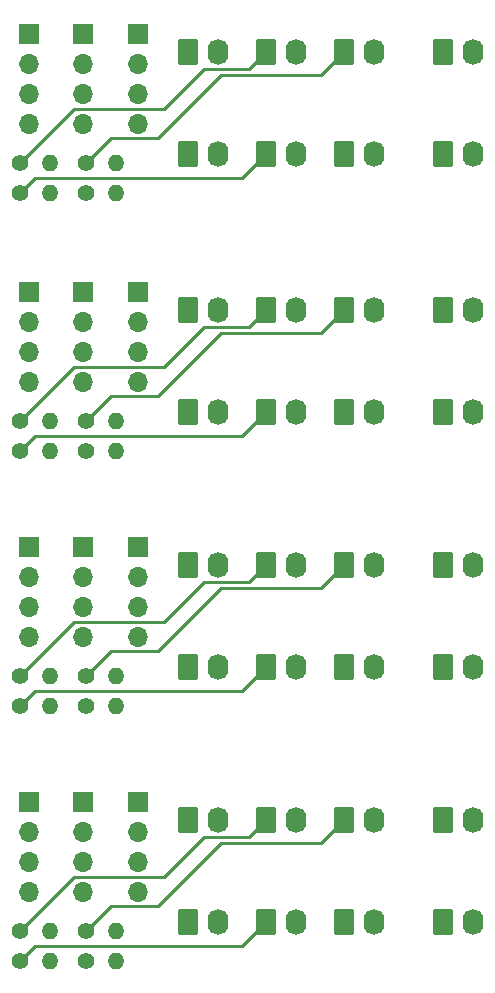
<source format=gbr>
G04 #@! TF.GenerationSoftware,KiCad,Pcbnew,(5.1.5-0-10_14)*
G04 #@! TF.CreationDate,2020-06-22T11:16:21+10:00*
G04 #@! TF.ProjectId,VerySmallMulti,56657279-536d-4616-9c6c-4d756c74692e,rev?*
G04 #@! TF.SameCoordinates,Original*
G04 #@! TF.FileFunction,Copper,L1,Top*
G04 #@! TF.FilePolarity,Positive*
%FSLAX46Y46*%
G04 Gerber Fmt 4.6, Leading zero omitted, Abs format (unit mm)*
G04 Created by KiCad (PCBNEW (5.1.5-0-10_14)) date 2020-06-22 11:16:21*
%MOMM*%
%LPD*%
G04 APERTURE LIST*
%ADD10C,1.400000*%
%ADD11O,1.400000X1.400000*%
%ADD12O,1.740000X2.200000*%
%ADD13C,0.100000*%
%ADD14O,1.700000X1.700000*%
%ADD15R,1.700000X1.700000*%
%ADD16C,0.250000*%
G04 APERTURE END LIST*
D10*
X117094000Y-87884000D03*
D11*
X119634000Y-87884000D03*
D10*
X117094000Y-85344000D03*
D11*
X119634000Y-85344000D03*
D10*
X111506000Y-87884000D03*
D11*
X114046000Y-87884000D03*
D10*
X111506000Y-85344000D03*
D11*
X114046000Y-85344000D03*
D12*
X141478000Y-84582000D03*
G04 #@! TA.AperFunction,ComponentPad*
D13*
G36*
X139582505Y-83483204D02*
G01*
X139606773Y-83486804D01*
X139630572Y-83492765D01*
X139653671Y-83501030D01*
X139675850Y-83511520D01*
X139696893Y-83524132D01*
X139716599Y-83538747D01*
X139734777Y-83555223D01*
X139751253Y-83573401D01*
X139765868Y-83593107D01*
X139778480Y-83614150D01*
X139788970Y-83636329D01*
X139797235Y-83659428D01*
X139803196Y-83683227D01*
X139806796Y-83707495D01*
X139808000Y-83731999D01*
X139808000Y-85432001D01*
X139806796Y-85456505D01*
X139803196Y-85480773D01*
X139797235Y-85504572D01*
X139788970Y-85527671D01*
X139778480Y-85549850D01*
X139765868Y-85570893D01*
X139751253Y-85590599D01*
X139734777Y-85608777D01*
X139716599Y-85625253D01*
X139696893Y-85639868D01*
X139675850Y-85652480D01*
X139653671Y-85662970D01*
X139630572Y-85671235D01*
X139606773Y-85677196D01*
X139582505Y-85680796D01*
X139558001Y-85682000D01*
X138317999Y-85682000D01*
X138293495Y-85680796D01*
X138269227Y-85677196D01*
X138245428Y-85671235D01*
X138222329Y-85662970D01*
X138200150Y-85652480D01*
X138179107Y-85639868D01*
X138159401Y-85625253D01*
X138141223Y-85608777D01*
X138124747Y-85590599D01*
X138110132Y-85570893D01*
X138097520Y-85549850D01*
X138087030Y-85527671D01*
X138078765Y-85504572D01*
X138072804Y-85480773D01*
X138069204Y-85456505D01*
X138068000Y-85432001D01*
X138068000Y-83731999D01*
X138069204Y-83707495D01*
X138072804Y-83683227D01*
X138078765Y-83659428D01*
X138087030Y-83636329D01*
X138097520Y-83614150D01*
X138110132Y-83593107D01*
X138124747Y-83573401D01*
X138141223Y-83555223D01*
X138159401Y-83538747D01*
X138179107Y-83524132D01*
X138200150Y-83511520D01*
X138222329Y-83501030D01*
X138245428Y-83492765D01*
X138269227Y-83486804D01*
X138293495Y-83483204D01*
X138317999Y-83482000D01*
X139558001Y-83482000D01*
X139582505Y-83483204D01*
G37*
G04 #@! TD.AperFunction*
D12*
X141478000Y-75946000D03*
G04 #@! TA.AperFunction,ComponentPad*
D13*
G36*
X139582505Y-74847204D02*
G01*
X139606773Y-74850804D01*
X139630572Y-74856765D01*
X139653671Y-74865030D01*
X139675850Y-74875520D01*
X139696893Y-74888132D01*
X139716599Y-74902747D01*
X139734777Y-74919223D01*
X139751253Y-74937401D01*
X139765868Y-74957107D01*
X139778480Y-74978150D01*
X139788970Y-75000329D01*
X139797235Y-75023428D01*
X139803196Y-75047227D01*
X139806796Y-75071495D01*
X139808000Y-75095999D01*
X139808000Y-76796001D01*
X139806796Y-76820505D01*
X139803196Y-76844773D01*
X139797235Y-76868572D01*
X139788970Y-76891671D01*
X139778480Y-76913850D01*
X139765868Y-76934893D01*
X139751253Y-76954599D01*
X139734777Y-76972777D01*
X139716599Y-76989253D01*
X139696893Y-77003868D01*
X139675850Y-77016480D01*
X139653671Y-77026970D01*
X139630572Y-77035235D01*
X139606773Y-77041196D01*
X139582505Y-77044796D01*
X139558001Y-77046000D01*
X138317999Y-77046000D01*
X138293495Y-77044796D01*
X138269227Y-77041196D01*
X138245428Y-77035235D01*
X138222329Y-77026970D01*
X138200150Y-77016480D01*
X138179107Y-77003868D01*
X138159401Y-76989253D01*
X138141223Y-76972777D01*
X138124747Y-76954599D01*
X138110132Y-76934893D01*
X138097520Y-76913850D01*
X138087030Y-76891671D01*
X138078765Y-76868572D01*
X138072804Y-76844773D01*
X138069204Y-76820505D01*
X138068000Y-76796001D01*
X138068000Y-75095999D01*
X138069204Y-75071495D01*
X138072804Y-75047227D01*
X138078765Y-75023428D01*
X138087030Y-75000329D01*
X138097520Y-74978150D01*
X138110132Y-74957107D01*
X138124747Y-74937401D01*
X138141223Y-74919223D01*
X138159401Y-74902747D01*
X138179107Y-74888132D01*
X138200150Y-74875520D01*
X138222329Y-74865030D01*
X138245428Y-74856765D01*
X138269227Y-74850804D01*
X138293495Y-74847204D01*
X138317999Y-74846000D01*
X139558001Y-74846000D01*
X139582505Y-74847204D01*
G37*
G04 #@! TD.AperFunction*
D12*
X134874000Y-84582000D03*
G04 #@! TA.AperFunction,ComponentPad*
D13*
G36*
X132978505Y-83483204D02*
G01*
X133002773Y-83486804D01*
X133026572Y-83492765D01*
X133049671Y-83501030D01*
X133071850Y-83511520D01*
X133092893Y-83524132D01*
X133112599Y-83538747D01*
X133130777Y-83555223D01*
X133147253Y-83573401D01*
X133161868Y-83593107D01*
X133174480Y-83614150D01*
X133184970Y-83636329D01*
X133193235Y-83659428D01*
X133199196Y-83683227D01*
X133202796Y-83707495D01*
X133204000Y-83731999D01*
X133204000Y-85432001D01*
X133202796Y-85456505D01*
X133199196Y-85480773D01*
X133193235Y-85504572D01*
X133184970Y-85527671D01*
X133174480Y-85549850D01*
X133161868Y-85570893D01*
X133147253Y-85590599D01*
X133130777Y-85608777D01*
X133112599Y-85625253D01*
X133092893Y-85639868D01*
X133071850Y-85652480D01*
X133049671Y-85662970D01*
X133026572Y-85671235D01*
X133002773Y-85677196D01*
X132978505Y-85680796D01*
X132954001Y-85682000D01*
X131713999Y-85682000D01*
X131689495Y-85680796D01*
X131665227Y-85677196D01*
X131641428Y-85671235D01*
X131618329Y-85662970D01*
X131596150Y-85652480D01*
X131575107Y-85639868D01*
X131555401Y-85625253D01*
X131537223Y-85608777D01*
X131520747Y-85590599D01*
X131506132Y-85570893D01*
X131493520Y-85549850D01*
X131483030Y-85527671D01*
X131474765Y-85504572D01*
X131468804Y-85480773D01*
X131465204Y-85456505D01*
X131464000Y-85432001D01*
X131464000Y-83731999D01*
X131465204Y-83707495D01*
X131468804Y-83683227D01*
X131474765Y-83659428D01*
X131483030Y-83636329D01*
X131493520Y-83614150D01*
X131506132Y-83593107D01*
X131520747Y-83573401D01*
X131537223Y-83555223D01*
X131555401Y-83538747D01*
X131575107Y-83524132D01*
X131596150Y-83511520D01*
X131618329Y-83501030D01*
X131641428Y-83492765D01*
X131665227Y-83486804D01*
X131689495Y-83483204D01*
X131713999Y-83482000D01*
X132954001Y-83482000D01*
X132978505Y-83483204D01*
G37*
G04 #@! TD.AperFunction*
D12*
X134874000Y-75946000D03*
G04 #@! TA.AperFunction,ComponentPad*
D13*
G36*
X132978505Y-74847204D02*
G01*
X133002773Y-74850804D01*
X133026572Y-74856765D01*
X133049671Y-74865030D01*
X133071850Y-74875520D01*
X133092893Y-74888132D01*
X133112599Y-74902747D01*
X133130777Y-74919223D01*
X133147253Y-74937401D01*
X133161868Y-74957107D01*
X133174480Y-74978150D01*
X133184970Y-75000329D01*
X133193235Y-75023428D01*
X133199196Y-75047227D01*
X133202796Y-75071495D01*
X133204000Y-75095999D01*
X133204000Y-76796001D01*
X133202796Y-76820505D01*
X133199196Y-76844773D01*
X133193235Y-76868572D01*
X133184970Y-76891671D01*
X133174480Y-76913850D01*
X133161868Y-76934893D01*
X133147253Y-76954599D01*
X133130777Y-76972777D01*
X133112599Y-76989253D01*
X133092893Y-77003868D01*
X133071850Y-77016480D01*
X133049671Y-77026970D01*
X133026572Y-77035235D01*
X133002773Y-77041196D01*
X132978505Y-77044796D01*
X132954001Y-77046000D01*
X131713999Y-77046000D01*
X131689495Y-77044796D01*
X131665227Y-77041196D01*
X131641428Y-77035235D01*
X131618329Y-77026970D01*
X131596150Y-77016480D01*
X131575107Y-77003868D01*
X131555401Y-76989253D01*
X131537223Y-76972777D01*
X131520747Y-76954599D01*
X131506132Y-76934893D01*
X131493520Y-76913850D01*
X131483030Y-76891671D01*
X131474765Y-76868572D01*
X131468804Y-76844773D01*
X131465204Y-76820505D01*
X131464000Y-76796001D01*
X131464000Y-75095999D01*
X131465204Y-75071495D01*
X131468804Y-75047227D01*
X131474765Y-75023428D01*
X131483030Y-75000329D01*
X131493520Y-74978150D01*
X131506132Y-74957107D01*
X131520747Y-74937401D01*
X131537223Y-74919223D01*
X131555401Y-74902747D01*
X131575107Y-74888132D01*
X131596150Y-74875520D01*
X131618329Y-74865030D01*
X131641428Y-74856765D01*
X131665227Y-74850804D01*
X131689495Y-74847204D01*
X131713999Y-74846000D01*
X132954001Y-74846000D01*
X132978505Y-74847204D01*
G37*
G04 #@! TD.AperFunction*
D14*
X121456000Y-82026000D03*
X121456000Y-79486000D03*
X121456000Y-76946000D03*
D15*
X121456000Y-74406000D03*
D14*
X116856000Y-82026000D03*
X116856000Y-79486000D03*
X116856000Y-76946000D03*
D15*
X116856000Y-74406000D03*
D14*
X112256000Y-82026000D03*
X112256000Y-79486000D03*
X112256000Y-76946000D03*
D15*
X112256000Y-74406000D03*
D12*
X128270000Y-84582000D03*
G04 #@! TA.AperFunction,ComponentPad*
D13*
G36*
X126374505Y-83483204D02*
G01*
X126398773Y-83486804D01*
X126422572Y-83492765D01*
X126445671Y-83501030D01*
X126467850Y-83511520D01*
X126488893Y-83524132D01*
X126508599Y-83538747D01*
X126526777Y-83555223D01*
X126543253Y-83573401D01*
X126557868Y-83593107D01*
X126570480Y-83614150D01*
X126580970Y-83636329D01*
X126589235Y-83659428D01*
X126595196Y-83683227D01*
X126598796Y-83707495D01*
X126600000Y-83731999D01*
X126600000Y-85432001D01*
X126598796Y-85456505D01*
X126595196Y-85480773D01*
X126589235Y-85504572D01*
X126580970Y-85527671D01*
X126570480Y-85549850D01*
X126557868Y-85570893D01*
X126543253Y-85590599D01*
X126526777Y-85608777D01*
X126508599Y-85625253D01*
X126488893Y-85639868D01*
X126467850Y-85652480D01*
X126445671Y-85662970D01*
X126422572Y-85671235D01*
X126398773Y-85677196D01*
X126374505Y-85680796D01*
X126350001Y-85682000D01*
X125109999Y-85682000D01*
X125085495Y-85680796D01*
X125061227Y-85677196D01*
X125037428Y-85671235D01*
X125014329Y-85662970D01*
X124992150Y-85652480D01*
X124971107Y-85639868D01*
X124951401Y-85625253D01*
X124933223Y-85608777D01*
X124916747Y-85590599D01*
X124902132Y-85570893D01*
X124889520Y-85549850D01*
X124879030Y-85527671D01*
X124870765Y-85504572D01*
X124864804Y-85480773D01*
X124861204Y-85456505D01*
X124860000Y-85432001D01*
X124860000Y-83731999D01*
X124861204Y-83707495D01*
X124864804Y-83683227D01*
X124870765Y-83659428D01*
X124879030Y-83636329D01*
X124889520Y-83614150D01*
X124902132Y-83593107D01*
X124916747Y-83573401D01*
X124933223Y-83555223D01*
X124951401Y-83538747D01*
X124971107Y-83524132D01*
X124992150Y-83511520D01*
X125014329Y-83501030D01*
X125037428Y-83492765D01*
X125061227Y-83486804D01*
X125085495Y-83483204D01*
X125109999Y-83482000D01*
X126350001Y-83482000D01*
X126374505Y-83483204D01*
G37*
G04 #@! TD.AperFunction*
D12*
X149860000Y-75946000D03*
G04 #@! TA.AperFunction,ComponentPad*
D13*
G36*
X147964505Y-74847204D02*
G01*
X147988773Y-74850804D01*
X148012572Y-74856765D01*
X148035671Y-74865030D01*
X148057850Y-74875520D01*
X148078893Y-74888132D01*
X148098599Y-74902747D01*
X148116777Y-74919223D01*
X148133253Y-74937401D01*
X148147868Y-74957107D01*
X148160480Y-74978150D01*
X148170970Y-75000329D01*
X148179235Y-75023428D01*
X148185196Y-75047227D01*
X148188796Y-75071495D01*
X148190000Y-75095999D01*
X148190000Y-76796001D01*
X148188796Y-76820505D01*
X148185196Y-76844773D01*
X148179235Y-76868572D01*
X148170970Y-76891671D01*
X148160480Y-76913850D01*
X148147868Y-76934893D01*
X148133253Y-76954599D01*
X148116777Y-76972777D01*
X148098599Y-76989253D01*
X148078893Y-77003868D01*
X148057850Y-77016480D01*
X148035671Y-77026970D01*
X148012572Y-77035235D01*
X147988773Y-77041196D01*
X147964505Y-77044796D01*
X147940001Y-77046000D01*
X146699999Y-77046000D01*
X146675495Y-77044796D01*
X146651227Y-77041196D01*
X146627428Y-77035235D01*
X146604329Y-77026970D01*
X146582150Y-77016480D01*
X146561107Y-77003868D01*
X146541401Y-76989253D01*
X146523223Y-76972777D01*
X146506747Y-76954599D01*
X146492132Y-76934893D01*
X146479520Y-76913850D01*
X146469030Y-76891671D01*
X146460765Y-76868572D01*
X146454804Y-76844773D01*
X146451204Y-76820505D01*
X146450000Y-76796001D01*
X146450000Y-75095999D01*
X146451204Y-75071495D01*
X146454804Y-75047227D01*
X146460765Y-75023428D01*
X146469030Y-75000329D01*
X146479520Y-74978150D01*
X146492132Y-74957107D01*
X146506747Y-74937401D01*
X146523223Y-74919223D01*
X146541401Y-74902747D01*
X146561107Y-74888132D01*
X146582150Y-74875520D01*
X146604329Y-74865030D01*
X146627428Y-74856765D01*
X146651227Y-74850804D01*
X146675495Y-74847204D01*
X146699999Y-74846000D01*
X147940001Y-74846000D01*
X147964505Y-74847204D01*
G37*
G04 #@! TD.AperFunction*
D12*
X128270000Y-75946000D03*
G04 #@! TA.AperFunction,ComponentPad*
D13*
G36*
X126374505Y-74847204D02*
G01*
X126398773Y-74850804D01*
X126422572Y-74856765D01*
X126445671Y-74865030D01*
X126467850Y-74875520D01*
X126488893Y-74888132D01*
X126508599Y-74902747D01*
X126526777Y-74919223D01*
X126543253Y-74937401D01*
X126557868Y-74957107D01*
X126570480Y-74978150D01*
X126580970Y-75000329D01*
X126589235Y-75023428D01*
X126595196Y-75047227D01*
X126598796Y-75071495D01*
X126600000Y-75095999D01*
X126600000Y-76796001D01*
X126598796Y-76820505D01*
X126595196Y-76844773D01*
X126589235Y-76868572D01*
X126580970Y-76891671D01*
X126570480Y-76913850D01*
X126557868Y-76934893D01*
X126543253Y-76954599D01*
X126526777Y-76972777D01*
X126508599Y-76989253D01*
X126488893Y-77003868D01*
X126467850Y-77016480D01*
X126445671Y-77026970D01*
X126422572Y-77035235D01*
X126398773Y-77041196D01*
X126374505Y-77044796D01*
X126350001Y-77046000D01*
X125109999Y-77046000D01*
X125085495Y-77044796D01*
X125061227Y-77041196D01*
X125037428Y-77035235D01*
X125014329Y-77026970D01*
X124992150Y-77016480D01*
X124971107Y-77003868D01*
X124951401Y-76989253D01*
X124933223Y-76972777D01*
X124916747Y-76954599D01*
X124902132Y-76934893D01*
X124889520Y-76913850D01*
X124879030Y-76891671D01*
X124870765Y-76868572D01*
X124864804Y-76844773D01*
X124861204Y-76820505D01*
X124860000Y-76796001D01*
X124860000Y-75095999D01*
X124861204Y-75071495D01*
X124864804Y-75047227D01*
X124870765Y-75023428D01*
X124879030Y-75000329D01*
X124889520Y-74978150D01*
X124902132Y-74957107D01*
X124916747Y-74937401D01*
X124933223Y-74919223D01*
X124951401Y-74902747D01*
X124971107Y-74888132D01*
X124992150Y-74875520D01*
X125014329Y-74865030D01*
X125037428Y-74856765D01*
X125061227Y-74850804D01*
X125085495Y-74847204D01*
X125109999Y-74846000D01*
X126350001Y-74846000D01*
X126374505Y-74847204D01*
G37*
G04 #@! TD.AperFunction*
D12*
X149860000Y-84582000D03*
G04 #@! TA.AperFunction,ComponentPad*
D13*
G36*
X147964505Y-83483204D02*
G01*
X147988773Y-83486804D01*
X148012572Y-83492765D01*
X148035671Y-83501030D01*
X148057850Y-83511520D01*
X148078893Y-83524132D01*
X148098599Y-83538747D01*
X148116777Y-83555223D01*
X148133253Y-83573401D01*
X148147868Y-83593107D01*
X148160480Y-83614150D01*
X148170970Y-83636329D01*
X148179235Y-83659428D01*
X148185196Y-83683227D01*
X148188796Y-83707495D01*
X148190000Y-83731999D01*
X148190000Y-85432001D01*
X148188796Y-85456505D01*
X148185196Y-85480773D01*
X148179235Y-85504572D01*
X148170970Y-85527671D01*
X148160480Y-85549850D01*
X148147868Y-85570893D01*
X148133253Y-85590599D01*
X148116777Y-85608777D01*
X148098599Y-85625253D01*
X148078893Y-85639868D01*
X148057850Y-85652480D01*
X148035671Y-85662970D01*
X148012572Y-85671235D01*
X147988773Y-85677196D01*
X147964505Y-85680796D01*
X147940001Y-85682000D01*
X146699999Y-85682000D01*
X146675495Y-85680796D01*
X146651227Y-85677196D01*
X146627428Y-85671235D01*
X146604329Y-85662970D01*
X146582150Y-85652480D01*
X146561107Y-85639868D01*
X146541401Y-85625253D01*
X146523223Y-85608777D01*
X146506747Y-85590599D01*
X146492132Y-85570893D01*
X146479520Y-85549850D01*
X146469030Y-85527671D01*
X146460765Y-85504572D01*
X146454804Y-85480773D01*
X146451204Y-85456505D01*
X146450000Y-85432001D01*
X146450000Y-83731999D01*
X146451204Y-83707495D01*
X146454804Y-83683227D01*
X146460765Y-83659428D01*
X146469030Y-83636329D01*
X146479520Y-83614150D01*
X146492132Y-83593107D01*
X146506747Y-83573401D01*
X146523223Y-83555223D01*
X146541401Y-83538747D01*
X146561107Y-83524132D01*
X146582150Y-83511520D01*
X146604329Y-83501030D01*
X146627428Y-83492765D01*
X146651227Y-83486804D01*
X146675495Y-83483204D01*
X146699999Y-83482000D01*
X147940001Y-83482000D01*
X147964505Y-83483204D01*
G37*
G04 #@! TD.AperFunction*
D10*
X117094000Y-109728000D03*
D11*
X119634000Y-109728000D03*
D10*
X117094000Y-107188000D03*
D11*
X119634000Y-107188000D03*
D10*
X111506000Y-109728000D03*
D11*
X114046000Y-109728000D03*
D10*
X111506000Y-107188000D03*
D11*
X114046000Y-107188000D03*
D12*
X141478000Y-106426000D03*
G04 #@! TA.AperFunction,ComponentPad*
D13*
G36*
X139582505Y-105327204D02*
G01*
X139606773Y-105330804D01*
X139630572Y-105336765D01*
X139653671Y-105345030D01*
X139675850Y-105355520D01*
X139696893Y-105368132D01*
X139716599Y-105382747D01*
X139734777Y-105399223D01*
X139751253Y-105417401D01*
X139765868Y-105437107D01*
X139778480Y-105458150D01*
X139788970Y-105480329D01*
X139797235Y-105503428D01*
X139803196Y-105527227D01*
X139806796Y-105551495D01*
X139808000Y-105575999D01*
X139808000Y-107276001D01*
X139806796Y-107300505D01*
X139803196Y-107324773D01*
X139797235Y-107348572D01*
X139788970Y-107371671D01*
X139778480Y-107393850D01*
X139765868Y-107414893D01*
X139751253Y-107434599D01*
X139734777Y-107452777D01*
X139716599Y-107469253D01*
X139696893Y-107483868D01*
X139675850Y-107496480D01*
X139653671Y-107506970D01*
X139630572Y-107515235D01*
X139606773Y-107521196D01*
X139582505Y-107524796D01*
X139558001Y-107526000D01*
X138317999Y-107526000D01*
X138293495Y-107524796D01*
X138269227Y-107521196D01*
X138245428Y-107515235D01*
X138222329Y-107506970D01*
X138200150Y-107496480D01*
X138179107Y-107483868D01*
X138159401Y-107469253D01*
X138141223Y-107452777D01*
X138124747Y-107434599D01*
X138110132Y-107414893D01*
X138097520Y-107393850D01*
X138087030Y-107371671D01*
X138078765Y-107348572D01*
X138072804Y-107324773D01*
X138069204Y-107300505D01*
X138068000Y-107276001D01*
X138068000Y-105575999D01*
X138069204Y-105551495D01*
X138072804Y-105527227D01*
X138078765Y-105503428D01*
X138087030Y-105480329D01*
X138097520Y-105458150D01*
X138110132Y-105437107D01*
X138124747Y-105417401D01*
X138141223Y-105399223D01*
X138159401Y-105382747D01*
X138179107Y-105368132D01*
X138200150Y-105355520D01*
X138222329Y-105345030D01*
X138245428Y-105336765D01*
X138269227Y-105330804D01*
X138293495Y-105327204D01*
X138317999Y-105326000D01*
X139558001Y-105326000D01*
X139582505Y-105327204D01*
G37*
G04 #@! TD.AperFunction*
D12*
X141478000Y-97790000D03*
G04 #@! TA.AperFunction,ComponentPad*
D13*
G36*
X139582505Y-96691204D02*
G01*
X139606773Y-96694804D01*
X139630572Y-96700765D01*
X139653671Y-96709030D01*
X139675850Y-96719520D01*
X139696893Y-96732132D01*
X139716599Y-96746747D01*
X139734777Y-96763223D01*
X139751253Y-96781401D01*
X139765868Y-96801107D01*
X139778480Y-96822150D01*
X139788970Y-96844329D01*
X139797235Y-96867428D01*
X139803196Y-96891227D01*
X139806796Y-96915495D01*
X139808000Y-96939999D01*
X139808000Y-98640001D01*
X139806796Y-98664505D01*
X139803196Y-98688773D01*
X139797235Y-98712572D01*
X139788970Y-98735671D01*
X139778480Y-98757850D01*
X139765868Y-98778893D01*
X139751253Y-98798599D01*
X139734777Y-98816777D01*
X139716599Y-98833253D01*
X139696893Y-98847868D01*
X139675850Y-98860480D01*
X139653671Y-98870970D01*
X139630572Y-98879235D01*
X139606773Y-98885196D01*
X139582505Y-98888796D01*
X139558001Y-98890000D01*
X138317999Y-98890000D01*
X138293495Y-98888796D01*
X138269227Y-98885196D01*
X138245428Y-98879235D01*
X138222329Y-98870970D01*
X138200150Y-98860480D01*
X138179107Y-98847868D01*
X138159401Y-98833253D01*
X138141223Y-98816777D01*
X138124747Y-98798599D01*
X138110132Y-98778893D01*
X138097520Y-98757850D01*
X138087030Y-98735671D01*
X138078765Y-98712572D01*
X138072804Y-98688773D01*
X138069204Y-98664505D01*
X138068000Y-98640001D01*
X138068000Y-96939999D01*
X138069204Y-96915495D01*
X138072804Y-96891227D01*
X138078765Y-96867428D01*
X138087030Y-96844329D01*
X138097520Y-96822150D01*
X138110132Y-96801107D01*
X138124747Y-96781401D01*
X138141223Y-96763223D01*
X138159401Y-96746747D01*
X138179107Y-96732132D01*
X138200150Y-96719520D01*
X138222329Y-96709030D01*
X138245428Y-96700765D01*
X138269227Y-96694804D01*
X138293495Y-96691204D01*
X138317999Y-96690000D01*
X139558001Y-96690000D01*
X139582505Y-96691204D01*
G37*
G04 #@! TD.AperFunction*
D12*
X134874000Y-106426000D03*
G04 #@! TA.AperFunction,ComponentPad*
D13*
G36*
X132978505Y-105327204D02*
G01*
X133002773Y-105330804D01*
X133026572Y-105336765D01*
X133049671Y-105345030D01*
X133071850Y-105355520D01*
X133092893Y-105368132D01*
X133112599Y-105382747D01*
X133130777Y-105399223D01*
X133147253Y-105417401D01*
X133161868Y-105437107D01*
X133174480Y-105458150D01*
X133184970Y-105480329D01*
X133193235Y-105503428D01*
X133199196Y-105527227D01*
X133202796Y-105551495D01*
X133204000Y-105575999D01*
X133204000Y-107276001D01*
X133202796Y-107300505D01*
X133199196Y-107324773D01*
X133193235Y-107348572D01*
X133184970Y-107371671D01*
X133174480Y-107393850D01*
X133161868Y-107414893D01*
X133147253Y-107434599D01*
X133130777Y-107452777D01*
X133112599Y-107469253D01*
X133092893Y-107483868D01*
X133071850Y-107496480D01*
X133049671Y-107506970D01*
X133026572Y-107515235D01*
X133002773Y-107521196D01*
X132978505Y-107524796D01*
X132954001Y-107526000D01*
X131713999Y-107526000D01*
X131689495Y-107524796D01*
X131665227Y-107521196D01*
X131641428Y-107515235D01*
X131618329Y-107506970D01*
X131596150Y-107496480D01*
X131575107Y-107483868D01*
X131555401Y-107469253D01*
X131537223Y-107452777D01*
X131520747Y-107434599D01*
X131506132Y-107414893D01*
X131493520Y-107393850D01*
X131483030Y-107371671D01*
X131474765Y-107348572D01*
X131468804Y-107324773D01*
X131465204Y-107300505D01*
X131464000Y-107276001D01*
X131464000Y-105575999D01*
X131465204Y-105551495D01*
X131468804Y-105527227D01*
X131474765Y-105503428D01*
X131483030Y-105480329D01*
X131493520Y-105458150D01*
X131506132Y-105437107D01*
X131520747Y-105417401D01*
X131537223Y-105399223D01*
X131555401Y-105382747D01*
X131575107Y-105368132D01*
X131596150Y-105355520D01*
X131618329Y-105345030D01*
X131641428Y-105336765D01*
X131665227Y-105330804D01*
X131689495Y-105327204D01*
X131713999Y-105326000D01*
X132954001Y-105326000D01*
X132978505Y-105327204D01*
G37*
G04 #@! TD.AperFunction*
D12*
X134874000Y-97790000D03*
G04 #@! TA.AperFunction,ComponentPad*
D13*
G36*
X132978505Y-96691204D02*
G01*
X133002773Y-96694804D01*
X133026572Y-96700765D01*
X133049671Y-96709030D01*
X133071850Y-96719520D01*
X133092893Y-96732132D01*
X133112599Y-96746747D01*
X133130777Y-96763223D01*
X133147253Y-96781401D01*
X133161868Y-96801107D01*
X133174480Y-96822150D01*
X133184970Y-96844329D01*
X133193235Y-96867428D01*
X133199196Y-96891227D01*
X133202796Y-96915495D01*
X133204000Y-96939999D01*
X133204000Y-98640001D01*
X133202796Y-98664505D01*
X133199196Y-98688773D01*
X133193235Y-98712572D01*
X133184970Y-98735671D01*
X133174480Y-98757850D01*
X133161868Y-98778893D01*
X133147253Y-98798599D01*
X133130777Y-98816777D01*
X133112599Y-98833253D01*
X133092893Y-98847868D01*
X133071850Y-98860480D01*
X133049671Y-98870970D01*
X133026572Y-98879235D01*
X133002773Y-98885196D01*
X132978505Y-98888796D01*
X132954001Y-98890000D01*
X131713999Y-98890000D01*
X131689495Y-98888796D01*
X131665227Y-98885196D01*
X131641428Y-98879235D01*
X131618329Y-98870970D01*
X131596150Y-98860480D01*
X131575107Y-98847868D01*
X131555401Y-98833253D01*
X131537223Y-98816777D01*
X131520747Y-98798599D01*
X131506132Y-98778893D01*
X131493520Y-98757850D01*
X131483030Y-98735671D01*
X131474765Y-98712572D01*
X131468804Y-98688773D01*
X131465204Y-98664505D01*
X131464000Y-98640001D01*
X131464000Y-96939999D01*
X131465204Y-96915495D01*
X131468804Y-96891227D01*
X131474765Y-96867428D01*
X131483030Y-96844329D01*
X131493520Y-96822150D01*
X131506132Y-96801107D01*
X131520747Y-96781401D01*
X131537223Y-96763223D01*
X131555401Y-96746747D01*
X131575107Y-96732132D01*
X131596150Y-96719520D01*
X131618329Y-96709030D01*
X131641428Y-96700765D01*
X131665227Y-96694804D01*
X131689495Y-96691204D01*
X131713999Y-96690000D01*
X132954001Y-96690000D01*
X132978505Y-96691204D01*
G37*
G04 #@! TD.AperFunction*
D14*
X121456000Y-103870000D03*
X121456000Y-101330000D03*
X121456000Y-98790000D03*
D15*
X121456000Y-96250000D03*
D14*
X116856000Y-103870000D03*
X116856000Y-101330000D03*
X116856000Y-98790000D03*
D15*
X116856000Y-96250000D03*
D14*
X112256000Y-103870000D03*
X112256000Y-101330000D03*
X112256000Y-98790000D03*
D15*
X112256000Y-96250000D03*
D12*
X128270000Y-106426000D03*
G04 #@! TA.AperFunction,ComponentPad*
D13*
G36*
X126374505Y-105327204D02*
G01*
X126398773Y-105330804D01*
X126422572Y-105336765D01*
X126445671Y-105345030D01*
X126467850Y-105355520D01*
X126488893Y-105368132D01*
X126508599Y-105382747D01*
X126526777Y-105399223D01*
X126543253Y-105417401D01*
X126557868Y-105437107D01*
X126570480Y-105458150D01*
X126580970Y-105480329D01*
X126589235Y-105503428D01*
X126595196Y-105527227D01*
X126598796Y-105551495D01*
X126600000Y-105575999D01*
X126600000Y-107276001D01*
X126598796Y-107300505D01*
X126595196Y-107324773D01*
X126589235Y-107348572D01*
X126580970Y-107371671D01*
X126570480Y-107393850D01*
X126557868Y-107414893D01*
X126543253Y-107434599D01*
X126526777Y-107452777D01*
X126508599Y-107469253D01*
X126488893Y-107483868D01*
X126467850Y-107496480D01*
X126445671Y-107506970D01*
X126422572Y-107515235D01*
X126398773Y-107521196D01*
X126374505Y-107524796D01*
X126350001Y-107526000D01*
X125109999Y-107526000D01*
X125085495Y-107524796D01*
X125061227Y-107521196D01*
X125037428Y-107515235D01*
X125014329Y-107506970D01*
X124992150Y-107496480D01*
X124971107Y-107483868D01*
X124951401Y-107469253D01*
X124933223Y-107452777D01*
X124916747Y-107434599D01*
X124902132Y-107414893D01*
X124889520Y-107393850D01*
X124879030Y-107371671D01*
X124870765Y-107348572D01*
X124864804Y-107324773D01*
X124861204Y-107300505D01*
X124860000Y-107276001D01*
X124860000Y-105575999D01*
X124861204Y-105551495D01*
X124864804Y-105527227D01*
X124870765Y-105503428D01*
X124879030Y-105480329D01*
X124889520Y-105458150D01*
X124902132Y-105437107D01*
X124916747Y-105417401D01*
X124933223Y-105399223D01*
X124951401Y-105382747D01*
X124971107Y-105368132D01*
X124992150Y-105355520D01*
X125014329Y-105345030D01*
X125037428Y-105336765D01*
X125061227Y-105330804D01*
X125085495Y-105327204D01*
X125109999Y-105326000D01*
X126350001Y-105326000D01*
X126374505Y-105327204D01*
G37*
G04 #@! TD.AperFunction*
D12*
X149860000Y-97790000D03*
G04 #@! TA.AperFunction,ComponentPad*
D13*
G36*
X147964505Y-96691204D02*
G01*
X147988773Y-96694804D01*
X148012572Y-96700765D01*
X148035671Y-96709030D01*
X148057850Y-96719520D01*
X148078893Y-96732132D01*
X148098599Y-96746747D01*
X148116777Y-96763223D01*
X148133253Y-96781401D01*
X148147868Y-96801107D01*
X148160480Y-96822150D01*
X148170970Y-96844329D01*
X148179235Y-96867428D01*
X148185196Y-96891227D01*
X148188796Y-96915495D01*
X148190000Y-96939999D01*
X148190000Y-98640001D01*
X148188796Y-98664505D01*
X148185196Y-98688773D01*
X148179235Y-98712572D01*
X148170970Y-98735671D01*
X148160480Y-98757850D01*
X148147868Y-98778893D01*
X148133253Y-98798599D01*
X148116777Y-98816777D01*
X148098599Y-98833253D01*
X148078893Y-98847868D01*
X148057850Y-98860480D01*
X148035671Y-98870970D01*
X148012572Y-98879235D01*
X147988773Y-98885196D01*
X147964505Y-98888796D01*
X147940001Y-98890000D01*
X146699999Y-98890000D01*
X146675495Y-98888796D01*
X146651227Y-98885196D01*
X146627428Y-98879235D01*
X146604329Y-98870970D01*
X146582150Y-98860480D01*
X146561107Y-98847868D01*
X146541401Y-98833253D01*
X146523223Y-98816777D01*
X146506747Y-98798599D01*
X146492132Y-98778893D01*
X146479520Y-98757850D01*
X146469030Y-98735671D01*
X146460765Y-98712572D01*
X146454804Y-98688773D01*
X146451204Y-98664505D01*
X146450000Y-98640001D01*
X146450000Y-96939999D01*
X146451204Y-96915495D01*
X146454804Y-96891227D01*
X146460765Y-96867428D01*
X146469030Y-96844329D01*
X146479520Y-96822150D01*
X146492132Y-96801107D01*
X146506747Y-96781401D01*
X146523223Y-96763223D01*
X146541401Y-96746747D01*
X146561107Y-96732132D01*
X146582150Y-96719520D01*
X146604329Y-96709030D01*
X146627428Y-96700765D01*
X146651227Y-96694804D01*
X146675495Y-96691204D01*
X146699999Y-96690000D01*
X147940001Y-96690000D01*
X147964505Y-96691204D01*
G37*
G04 #@! TD.AperFunction*
D12*
X128270000Y-97790000D03*
G04 #@! TA.AperFunction,ComponentPad*
D13*
G36*
X126374505Y-96691204D02*
G01*
X126398773Y-96694804D01*
X126422572Y-96700765D01*
X126445671Y-96709030D01*
X126467850Y-96719520D01*
X126488893Y-96732132D01*
X126508599Y-96746747D01*
X126526777Y-96763223D01*
X126543253Y-96781401D01*
X126557868Y-96801107D01*
X126570480Y-96822150D01*
X126580970Y-96844329D01*
X126589235Y-96867428D01*
X126595196Y-96891227D01*
X126598796Y-96915495D01*
X126600000Y-96939999D01*
X126600000Y-98640001D01*
X126598796Y-98664505D01*
X126595196Y-98688773D01*
X126589235Y-98712572D01*
X126580970Y-98735671D01*
X126570480Y-98757850D01*
X126557868Y-98778893D01*
X126543253Y-98798599D01*
X126526777Y-98816777D01*
X126508599Y-98833253D01*
X126488893Y-98847868D01*
X126467850Y-98860480D01*
X126445671Y-98870970D01*
X126422572Y-98879235D01*
X126398773Y-98885196D01*
X126374505Y-98888796D01*
X126350001Y-98890000D01*
X125109999Y-98890000D01*
X125085495Y-98888796D01*
X125061227Y-98885196D01*
X125037428Y-98879235D01*
X125014329Y-98870970D01*
X124992150Y-98860480D01*
X124971107Y-98847868D01*
X124951401Y-98833253D01*
X124933223Y-98816777D01*
X124916747Y-98798599D01*
X124902132Y-98778893D01*
X124889520Y-98757850D01*
X124879030Y-98735671D01*
X124870765Y-98712572D01*
X124864804Y-98688773D01*
X124861204Y-98664505D01*
X124860000Y-98640001D01*
X124860000Y-96939999D01*
X124861204Y-96915495D01*
X124864804Y-96891227D01*
X124870765Y-96867428D01*
X124879030Y-96844329D01*
X124889520Y-96822150D01*
X124902132Y-96801107D01*
X124916747Y-96781401D01*
X124933223Y-96763223D01*
X124951401Y-96746747D01*
X124971107Y-96732132D01*
X124992150Y-96719520D01*
X125014329Y-96709030D01*
X125037428Y-96700765D01*
X125061227Y-96694804D01*
X125085495Y-96691204D01*
X125109999Y-96690000D01*
X126350001Y-96690000D01*
X126374505Y-96691204D01*
G37*
G04 #@! TD.AperFunction*
D12*
X149860000Y-106426000D03*
G04 #@! TA.AperFunction,ComponentPad*
D13*
G36*
X147964505Y-105327204D02*
G01*
X147988773Y-105330804D01*
X148012572Y-105336765D01*
X148035671Y-105345030D01*
X148057850Y-105355520D01*
X148078893Y-105368132D01*
X148098599Y-105382747D01*
X148116777Y-105399223D01*
X148133253Y-105417401D01*
X148147868Y-105437107D01*
X148160480Y-105458150D01*
X148170970Y-105480329D01*
X148179235Y-105503428D01*
X148185196Y-105527227D01*
X148188796Y-105551495D01*
X148190000Y-105575999D01*
X148190000Y-107276001D01*
X148188796Y-107300505D01*
X148185196Y-107324773D01*
X148179235Y-107348572D01*
X148170970Y-107371671D01*
X148160480Y-107393850D01*
X148147868Y-107414893D01*
X148133253Y-107434599D01*
X148116777Y-107452777D01*
X148098599Y-107469253D01*
X148078893Y-107483868D01*
X148057850Y-107496480D01*
X148035671Y-107506970D01*
X148012572Y-107515235D01*
X147988773Y-107521196D01*
X147964505Y-107524796D01*
X147940001Y-107526000D01*
X146699999Y-107526000D01*
X146675495Y-107524796D01*
X146651227Y-107521196D01*
X146627428Y-107515235D01*
X146604329Y-107506970D01*
X146582150Y-107496480D01*
X146561107Y-107483868D01*
X146541401Y-107469253D01*
X146523223Y-107452777D01*
X146506747Y-107434599D01*
X146492132Y-107414893D01*
X146479520Y-107393850D01*
X146469030Y-107371671D01*
X146460765Y-107348572D01*
X146454804Y-107324773D01*
X146451204Y-107300505D01*
X146450000Y-107276001D01*
X146450000Y-105575999D01*
X146451204Y-105551495D01*
X146454804Y-105527227D01*
X146460765Y-105503428D01*
X146469030Y-105480329D01*
X146479520Y-105458150D01*
X146492132Y-105437107D01*
X146506747Y-105417401D01*
X146523223Y-105399223D01*
X146541401Y-105382747D01*
X146561107Y-105368132D01*
X146582150Y-105355520D01*
X146604329Y-105345030D01*
X146627428Y-105336765D01*
X146651227Y-105330804D01*
X146675495Y-105327204D01*
X146699999Y-105326000D01*
X147940001Y-105326000D01*
X147964505Y-105327204D01*
G37*
G04 #@! TD.AperFunction*
D10*
X117094000Y-131318000D03*
D11*
X119634000Y-131318000D03*
D10*
X117094000Y-128778000D03*
D11*
X119634000Y-128778000D03*
D10*
X111506000Y-131318000D03*
D11*
X114046000Y-131318000D03*
D10*
X111506000Y-128778000D03*
D11*
X114046000Y-128778000D03*
D12*
X141478000Y-128016000D03*
G04 #@! TA.AperFunction,ComponentPad*
D13*
G36*
X139582505Y-126917204D02*
G01*
X139606773Y-126920804D01*
X139630572Y-126926765D01*
X139653671Y-126935030D01*
X139675850Y-126945520D01*
X139696893Y-126958132D01*
X139716599Y-126972747D01*
X139734777Y-126989223D01*
X139751253Y-127007401D01*
X139765868Y-127027107D01*
X139778480Y-127048150D01*
X139788970Y-127070329D01*
X139797235Y-127093428D01*
X139803196Y-127117227D01*
X139806796Y-127141495D01*
X139808000Y-127165999D01*
X139808000Y-128866001D01*
X139806796Y-128890505D01*
X139803196Y-128914773D01*
X139797235Y-128938572D01*
X139788970Y-128961671D01*
X139778480Y-128983850D01*
X139765868Y-129004893D01*
X139751253Y-129024599D01*
X139734777Y-129042777D01*
X139716599Y-129059253D01*
X139696893Y-129073868D01*
X139675850Y-129086480D01*
X139653671Y-129096970D01*
X139630572Y-129105235D01*
X139606773Y-129111196D01*
X139582505Y-129114796D01*
X139558001Y-129116000D01*
X138317999Y-129116000D01*
X138293495Y-129114796D01*
X138269227Y-129111196D01*
X138245428Y-129105235D01*
X138222329Y-129096970D01*
X138200150Y-129086480D01*
X138179107Y-129073868D01*
X138159401Y-129059253D01*
X138141223Y-129042777D01*
X138124747Y-129024599D01*
X138110132Y-129004893D01*
X138097520Y-128983850D01*
X138087030Y-128961671D01*
X138078765Y-128938572D01*
X138072804Y-128914773D01*
X138069204Y-128890505D01*
X138068000Y-128866001D01*
X138068000Y-127165999D01*
X138069204Y-127141495D01*
X138072804Y-127117227D01*
X138078765Y-127093428D01*
X138087030Y-127070329D01*
X138097520Y-127048150D01*
X138110132Y-127027107D01*
X138124747Y-127007401D01*
X138141223Y-126989223D01*
X138159401Y-126972747D01*
X138179107Y-126958132D01*
X138200150Y-126945520D01*
X138222329Y-126935030D01*
X138245428Y-126926765D01*
X138269227Y-126920804D01*
X138293495Y-126917204D01*
X138317999Y-126916000D01*
X139558001Y-126916000D01*
X139582505Y-126917204D01*
G37*
G04 #@! TD.AperFunction*
D12*
X141478000Y-119380000D03*
G04 #@! TA.AperFunction,ComponentPad*
D13*
G36*
X139582505Y-118281204D02*
G01*
X139606773Y-118284804D01*
X139630572Y-118290765D01*
X139653671Y-118299030D01*
X139675850Y-118309520D01*
X139696893Y-118322132D01*
X139716599Y-118336747D01*
X139734777Y-118353223D01*
X139751253Y-118371401D01*
X139765868Y-118391107D01*
X139778480Y-118412150D01*
X139788970Y-118434329D01*
X139797235Y-118457428D01*
X139803196Y-118481227D01*
X139806796Y-118505495D01*
X139808000Y-118529999D01*
X139808000Y-120230001D01*
X139806796Y-120254505D01*
X139803196Y-120278773D01*
X139797235Y-120302572D01*
X139788970Y-120325671D01*
X139778480Y-120347850D01*
X139765868Y-120368893D01*
X139751253Y-120388599D01*
X139734777Y-120406777D01*
X139716599Y-120423253D01*
X139696893Y-120437868D01*
X139675850Y-120450480D01*
X139653671Y-120460970D01*
X139630572Y-120469235D01*
X139606773Y-120475196D01*
X139582505Y-120478796D01*
X139558001Y-120480000D01*
X138317999Y-120480000D01*
X138293495Y-120478796D01*
X138269227Y-120475196D01*
X138245428Y-120469235D01*
X138222329Y-120460970D01*
X138200150Y-120450480D01*
X138179107Y-120437868D01*
X138159401Y-120423253D01*
X138141223Y-120406777D01*
X138124747Y-120388599D01*
X138110132Y-120368893D01*
X138097520Y-120347850D01*
X138087030Y-120325671D01*
X138078765Y-120302572D01*
X138072804Y-120278773D01*
X138069204Y-120254505D01*
X138068000Y-120230001D01*
X138068000Y-118529999D01*
X138069204Y-118505495D01*
X138072804Y-118481227D01*
X138078765Y-118457428D01*
X138087030Y-118434329D01*
X138097520Y-118412150D01*
X138110132Y-118391107D01*
X138124747Y-118371401D01*
X138141223Y-118353223D01*
X138159401Y-118336747D01*
X138179107Y-118322132D01*
X138200150Y-118309520D01*
X138222329Y-118299030D01*
X138245428Y-118290765D01*
X138269227Y-118284804D01*
X138293495Y-118281204D01*
X138317999Y-118280000D01*
X139558001Y-118280000D01*
X139582505Y-118281204D01*
G37*
G04 #@! TD.AperFunction*
D12*
X134874000Y-128016000D03*
G04 #@! TA.AperFunction,ComponentPad*
D13*
G36*
X132978505Y-126917204D02*
G01*
X133002773Y-126920804D01*
X133026572Y-126926765D01*
X133049671Y-126935030D01*
X133071850Y-126945520D01*
X133092893Y-126958132D01*
X133112599Y-126972747D01*
X133130777Y-126989223D01*
X133147253Y-127007401D01*
X133161868Y-127027107D01*
X133174480Y-127048150D01*
X133184970Y-127070329D01*
X133193235Y-127093428D01*
X133199196Y-127117227D01*
X133202796Y-127141495D01*
X133204000Y-127165999D01*
X133204000Y-128866001D01*
X133202796Y-128890505D01*
X133199196Y-128914773D01*
X133193235Y-128938572D01*
X133184970Y-128961671D01*
X133174480Y-128983850D01*
X133161868Y-129004893D01*
X133147253Y-129024599D01*
X133130777Y-129042777D01*
X133112599Y-129059253D01*
X133092893Y-129073868D01*
X133071850Y-129086480D01*
X133049671Y-129096970D01*
X133026572Y-129105235D01*
X133002773Y-129111196D01*
X132978505Y-129114796D01*
X132954001Y-129116000D01*
X131713999Y-129116000D01*
X131689495Y-129114796D01*
X131665227Y-129111196D01*
X131641428Y-129105235D01*
X131618329Y-129096970D01*
X131596150Y-129086480D01*
X131575107Y-129073868D01*
X131555401Y-129059253D01*
X131537223Y-129042777D01*
X131520747Y-129024599D01*
X131506132Y-129004893D01*
X131493520Y-128983850D01*
X131483030Y-128961671D01*
X131474765Y-128938572D01*
X131468804Y-128914773D01*
X131465204Y-128890505D01*
X131464000Y-128866001D01*
X131464000Y-127165999D01*
X131465204Y-127141495D01*
X131468804Y-127117227D01*
X131474765Y-127093428D01*
X131483030Y-127070329D01*
X131493520Y-127048150D01*
X131506132Y-127027107D01*
X131520747Y-127007401D01*
X131537223Y-126989223D01*
X131555401Y-126972747D01*
X131575107Y-126958132D01*
X131596150Y-126945520D01*
X131618329Y-126935030D01*
X131641428Y-126926765D01*
X131665227Y-126920804D01*
X131689495Y-126917204D01*
X131713999Y-126916000D01*
X132954001Y-126916000D01*
X132978505Y-126917204D01*
G37*
G04 #@! TD.AperFunction*
D12*
X134874000Y-119380000D03*
G04 #@! TA.AperFunction,ComponentPad*
D13*
G36*
X132978505Y-118281204D02*
G01*
X133002773Y-118284804D01*
X133026572Y-118290765D01*
X133049671Y-118299030D01*
X133071850Y-118309520D01*
X133092893Y-118322132D01*
X133112599Y-118336747D01*
X133130777Y-118353223D01*
X133147253Y-118371401D01*
X133161868Y-118391107D01*
X133174480Y-118412150D01*
X133184970Y-118434329D01*
X133193235Y-118457428D01*
X133199196Y-118481227D01*
X133202796Y-118505495D01*
X133204000Y-118529999D01*
X133204000Y-120230001D01*
X133202796Y-120254505D01*
X133199196Y-120278773D01*
X133193235Y-120302572D01*
X133184970Y-120325671D01*
X133174480Y-120347850D01*
X133161868Y-120368893D01*
X133147253Y-120388599D01*
X133130777Y-120406777D01*
X133112599Y-120423253D01*
X133092893Y-120437868D01*
X133071850Y-120450480D01*
X133049671Y-120460970D01*
X133026572Y-120469235D01*
X133002773Y-120475196D01*
X132978505Y-120478796D01*
X132954001Y-120480000D01*
X131713999Y-120480000D01*
X131689495Y-120478796D01*
X131665227Y-120475196D01*
X131641428Y-120469235D01*
X131618329Y-120460970D01*
X131596150Y-120450480D01*
X131575107Y-120437868D01*
X131555401Y-120423253D01*
X131537223Y-120406777D01*
X131520747Y-120388599D01*
X131506132Y-120368893D01*
X131493520Y-120347850D01*
X131483030Y-120325671D01*
X131474765Y-120302572D01*
X131468804Y-120278773D01*
X131465204Y-120254505D01*
X131464000Y-120230001D01*
X131464000Y-118529999D01*
X131465204Y-118505495D01*
X131468804Y-118481227D01*
X131474765Y-118457428D01*
X131483030Y-118434329D01*
X131493520Y-118412150D01*
X131506132Y-118391107D01*
X131520747Y-118371401D01*
X131537223Y-118353223D01*
X131555401Y-118336747D01*
X131575107Y-118322132D01*
X131596150Y-118309520D01*
X131618329Y-118299030D01*
X131641428Y-118290765D01*
X131665227Y-118284804D01*
X131689495Y-118281204D01*
X131713999Y-118280000D01*
X132954001Y-118280000D01*
X132978505Y-118281204D01*
G37*
G04 #@! TD.AperFunction*
D14*
X121456000Y-125460000D03*
X121456000Y-122920000D03*
X121456000Y-120380000D03*
D15*
X121456000Y-117840000D03*
D14*
X116856000Y-125460000D03*
X116856000Y-122920000D03*
X116856000Y-120380000D03*
D15*
X116856000Y-117840000D03*
D14*
X112256000Y-125460000D03*
X112256000Y-122920000D03*
X112256000Y-120380000D03*
D15*
X112256000Y-117840000D03*
D12*
X128270000Y-128016000D03*
G04 #@! TA.AperFunction,ComponentPad*
D13*
G36*
X126374505Y-126917204D02*
G01*
X126398773Y-126920804D01*
X126422572Y-126926765D01*
X126445671Y-126935030D01*
X126467850Y-126945520D01*
X126488893Y-126958132D01*
X126508599Y-126972747D01*
X126526777Y-126989223D01*
X126543253Y-127007401D01*
X126557868Y-127027107D01*
X126570480Y-127048150D01*
X126580970Y-127070329D01*
X126589235Y-127093428D01*
X126595196Y-127117227D01*
X126598796Y-127141495D01*
X126600000Y-127165999D01*
X126600000Y-128866001D01*
X126598796Y-128890505D01*
X126595196Y-128914773D01*
X126589235Y-128938572D01*
X126580970Y-128961671D01*
X126570480Y-128983850D01*
X126557868Y-129004893D01*
X126543253Y-129024599D01*
X126526777Y-129042777D01*
X126508599Y-129059253D01*
X126488893Y-129073868D01*
X126467850Y-129086480D01*
X126445671Y-129096970D01*
X126422572Y-129105235D01*
X126398773Y-129111196D01*
X126374505Y-129114796D01*
X126350001Y-129116000D01*
X125109999Y-129116000D01*
X125085495Y-129114796D01*
X125061227Y-129111196D01*
X125037428Y-129105235D01*
X125014329Y-129096970D01*
X124992150Y-129086480D01*
X124971107Y-129073868D01*
X124951401Y-129059253D01*
X124933223Y-129042777D01*
X124916747Y-129024599D01*
X124902132Y-129004893D01*
X124889520Y-128983850D01*
X124879030Y-128961671D01*
X124870765Y-128938572D01*
X124864804Y-128914773D01*
X124861204Y-128890505D01*
X124860000Y-128866001D01*
X124860000Y-127165999D01*
X124861204Y-127141495D01*
X124864804Y-127117227D01*
X124870765Y-127093428D01*
X124879030Y-127070329D01*
X124889520Y-127048150D01*
X124902132Y-127027107D01*
X124916747Y-127007401D01*
X124933223Y-126989223D01*
X124951401Y-126972747D01*
X124971107Y-126958132D01*
X124992150Y-126945520D01*
X125014329Y-126935030D01*
X125037428Y-126926765D01*
X125061227Y-126920804D01*
X125085495Y-126917204D01*
X125109999Y-126916000D01*
X126350001Y-126916000D01*
X126374505Y-126917204D01*
G37*
G04 #@! TD.AperFunction*
D12*
X149860000Y-119380000D03*
G04 #@! TA.AperFunction,ComponentPad*
D13*
G36*
X147964505Y-118281204D02*
G01*
X147988773Y-118284804D01*
X148012572Y-118290765D01*
X148035671Y-118299030D01*
X148057850Y-118309520D01*
X148078893Y-118322132D01*
X148098599Y-118336747D01*
X148116777Y-118353223D01*
X148133253Y-118371401D01*
X148147868Y-118391107D01*
X148160480Y-118412150D01*
X148170970Y-118434329D01*
X148179235Y-118457428D01*
X148185196Y-118481227D01*
X148188796Y-118505495D01*
X148190000Y-118529999D01*
X148190000Y-120230001D01*
X148188796Y-120254505D01*
X148185196Y-120278773D01*
X148179235Y-120302572D01*
X148170970Y-120325671D01*
X148160480Y-120347850D01*
X148147868Y-120368893D01*
X148133253Y-120388599D01*
X148116777Y-120406777D01*
X148098599Y-120423253D01*
X148078893Y-120437868D01*
X148057850Y-120450480D01*
X148035671Y-120460970D01*
X148012572Y-120469235D01*
X147988773Y-120475196D01*
X147964505Y-120478796D01*
X147940001Y-120480000D01*
X146699999Y-120480000D01*
X146675495Y-120478796D01*
X146651227Y-120475196D01*
X146627428Y-120469235D01*
X146604329Y-120460970D01*
X146582150Y-120450480D01*
X146561107Y-120437868D01*
X146541401Y-120423253D01*
X146523223Y-120406777D01*
X146506747Y-120388599D01*
X146492132Y-120368893D01*
X146479520Y-120347850D01*
X146469030Y-120325671D01*
X146460765Y-120302572D01*
X146454804Y-120278773D01*
X146451204Y-120254505D01*
X146450000Y-120230001D01*
X146450000Y-118529999D01*
X146451204Y-118505495D01*
X146454804Y-118481227D01*
X146460765Y-118457428D01*
X146469030Y-118434329D01*
X146479520Y-118412150D01*
X146492132Y-118391107D01*
X146506747Y-118371401D01*
X146523223Y-118353223D01*
X146541401Y-118336747D01*
X146561107Y-118322132D01*
X146582150Y-118309520D01*
X146604329Y-118299030D01*
X146627428Y-118290765D01*
X146651227Y-118284804D01*
X146675495Y-118281204D01*
X146699999Y-118280000D01*
X147940001Y-118280000D01*
X147964505Y-118281204D01*
G37*
G04 #@! TD.AperFunction*
D12*
X128270000Y-119380000D03*
G04 #@! TA.AperFunction,ComponentPad*
D13*
G36*
X126374505Y-118281204D02*
G01*
X126398773Y-118284804D01*
X126422572Y-118290765D01*
X126445671Y-118299030D01*
X126467850Y-118309520D01*
X126488893Y-118322132D01*
X126508599Y-118336747D01*
X126526777Y-118353223D01*
X126543253Y-118371401D01*
X126557868Y-118391107D01*
X126570480Y-118412150D01*
X126580970Y-118434329D01*
X126589235Y-118457428D01*
X126595196Y-118481227D01*
X126598796Y-118505495D01*
X126600000Y-118529999D01*
X126600000Y-120230001D01*
X126598796Y-120254505D01*
X126595196Y-120278773D01*
X126589235Y-120302572D01*
X126580970Y-120325671D01*
X126570480Y-120347850D01*
X126557868Y-120368893D01*
X126543253Y-120388599D01*
X126526777Y-120406777D01*
X126508599Y-120423253D01*
X126488893Y-120437868D01*
X126467850Y-120450480D01*
X126445671Y-120460970D01*
X126422572Y-120469235D01*
X126398773Y-120475196D01*
X126374505Y-120478796D01*
X126350001Y-120480000D01*
X125109999Y-120480000D01*
X125085495Y-120478796D01*
X125061227Y-120475196D01*
X125037428Y-120469235D01*
X125014329Y-120460970D01*
X124992150Y-120450480D01*
X124971107Y-120437868D01*
X124951401Y-120423253D01*
X124933223Y-120406777D01*
X124916747Y-120388599D01*
X124902132Y-120368893D01*
X124889520Y-120347850D01*
X124879030Y-120325671D01*
X124870765Y-120302572D01*
X124864804Y-120278773D01*
X124861204Y-120254505D01*
X124860000Y-120230001D01*
X124860000Y-118529999D01*
X124861204Y-118505495D01*
X124864804Y-118481227D01*
X124870765Y-118457428D01*
X124879030Y-118434329D01*
X124889520Y-118412150D01*
X124902132Y-118391107D01*
X124916747Y-118371401D01*
X124933223Y-118353223D01*
X124951401Y-118336747D01*
X124971107Y-118322132D01*
X124992150Y-118309520D01*
X125014329Y-118299030D01*
X125037428Y-118290765D01*
X125061227Y-118284804D01*
X125085495Y-118281204D01*
X125109999Y-118280000D01*
X126350001Y-118280000D01*
X126374505Y-118281204D01*
G37*
G04 #@! TD.AperFunction*
D12*
X149860000Y-128016000D03*
G04 #@! TA.AperFunction,ComponentPad*
D13*
G36*
X147964505Y-126917204D02*
G01*
X147988773Y-126920804D01*
X148012572Y-126926765D01*
X148035671Y-126935030D01*
X148057850Y-126945520D01*
X148078893Y-126958132D01*
X148098599Y-126972747D01*
X148116777Y-126989223D01*
X148133253Y-127007401D01*
X148147868Y-127027107D01*
X148160480Y-127048150D01*
X148170970Y-127070329D01*
X148179235Y-127093428D01*
X148185196Y-127117227D01*
X148188796Y-127141495D01*
X148190000Y-127165999D01*
X148190000Y-128866001D01*
X148188796Y-128890505D01*
X148185196Y-128914773D01*
X148179235Y-128938572D01*
X148170970Y-128961671D01*
X148160480Y-128983850D01*
X148147868Y-129004893D01*
X148133253Y-129024599D01*
X148116777Y-129042777D01*
X148098599Y-129059253D01*
X148078893Y-129073868D01*
X148057850Y-129086480D01*
X148035671Y-129096970D01*
X148012572Y-129105235D01*
X147988773Y-129111196D01*
X147964505Y-129114796D01*
X147940001Y-129116000D01*
X146699999Y-129116000D01*
X146675495Y-129114796D01*
X146651227Y-129111196D01*
X146627428Y-129105235D01*
X146604329Y-129096970D01*
X146582150Y-129086480D01*
X146561107Y-129073868D01*
X146541401Y-129059253D01*
X146523223Y-129042777D01*
X146506747Y-129024599D01*
X146492132Y-129004893D01*
X146479520Y-128983850D01*
X146469030Y-128961671D01*
X146460765Y-128938572D01*
X146454804Y-128914773D01*
X146451204Y-128890505D01*
X146450000Y-128866001D01*
X146450000Y-127165999D01*
X146451204Y-127141495D01*
X146454804Y-127117227D01*
X146460765Y-127093428D01*
X146469030Y-127070329D01*
X146479520Y-127048150D01*
X146492132Y-127027107D01*
X146506747Y-127007401D01*
X146523223Y-126989223D01*
X146541401Y-126972747D01*
X146561107Y-126958132D01*
X146582150Y-126945520D01*
X146604329Y-126935030D01*
X146627428Y-126926765D01*
X146651227Y-126920804D01*
X146675495Y-126917204D01*
X146699999Y-126916000D01*
X147940001Y-126916000D01*
X147964505Y-126917204D01*
G37*
G04 #@! TD.AperFunction*
D10*
X117094000Y-152908000D03*
D11*
X119634000Y-152908000D03*
D10*
X117094000Y-150368000D03*
D11*
X119634000Y-150368000D03*
D10*
X111506000Y-152908000D03*
D11*
X114046000Y-152908000D03*
D10*
X111506000Y-150368000D03*
D11*
X114046000Y-150368000D03*
D12*
X141478000Y-149606000D03*
G04 #@! TA.AperFunction,ComponentPad*
D13*
G36*
X139582505Y-148507204D02*
G01*
X139606773Y-148510804D01*
X139630572Y-148516765D01*
X139653671Y-148525030D01*
X139675850Y-148535520D01*
X139696893Y-148548132D01*
X139716599Y-148562747D01*
X139734777Y-148579223D01*
X139751253Y-148597401D01*
X139765868Y-148617107D01*
X139778480Y-148638150D01*
X139788970Y-148660329D01*
X139797235Y-148683428D01*
X139803196Y-148707227D01*
X139806796Y-148731495D01*
X139808000Y-148755999D01*
X139808000Y-150456001D01*
X139806796Y-150480505D01*
X139803196Y-150504773D01*
X139797235Y-150528572D01*
X139788970Y-150551671D01*
X139778480Y-150573850D01*
X139765868Y-150594893D01*
X139751253Y-150614599D01*
X139734777Y-150632777D01*
X139716599Y-150649253D01*
X139696893Y-150663868D01*
X139675850Y-150676480D01*
X139653671Y-150686970D01*
X139630572Y-150695235D01*
X139606773Y-150701196D01*
X139582505Y-150704796D01*
X139558001Y-150706000D01*
X138317999Y-150706000D01*
X138293495Y-150704796D01*
X138269227Y-150701196D01*
X138245428Y-150695235D01*
X138222329Y-150686970D01*
X138200150Y-150676480D01*
X138179107Y-150663868D01*
X138159401Y-150649253D01*
X138141223Y-150632777D01*
X138124747Y-150614599D01*
X138110132Y-150594893D01*
X138097520Y-150573850D01*
X138087030Y-150551671D01*
X138078765Y-150528572D01*
X138072804Y-150504773D01*
X138069204Y-150480505D01*
X138068000Y-150456001D01*
X138068000Y-148755999D01*
X138069204Y-148731495D01*
X138072804Y-148707227D01*
X138078765Y-148683428D01*
X138087030Y-148660329D01*
X138097520Y-148638150D01*
X138110132Y-148617107D01*
X138124747Y-148597401D01*
X138141223Y-148579223D01*
X138159401Y-148562747D01*
X138179107Y-148548132D01*
X138200150Y-148535520D01*
X138222329Y-148525030D01*
X138245428Y-148516765D01*
X138269227Y-148510804D01*
X138293495Y-148507204D01*
X138317999Y-148506000D01*
X139558001Y-148506000D01*
X139582505Y-148507204D01*
G37*
G04 #@! TD.AperFunction*
D12*
X141478000Y-140970000D03*
G04 #@! TA.AperFunction,ComponentPad*
D13*
G36*
X139582505Y-139871204D02*
G01*
X139606773Y-139874804D01*
X139630572Y-139880765D01*
X139653671Y-139889030D01*
X139675850Y-139899520D01*
X139696893Y-139912132D01*
X139716599Y-139926747D01*
X139734777Y-139943223D01*
X139751253Y-139961401D01*
X139765868Y-139981107D01*
X139778480Y-140002150D01*
X139788970Y-140024329D01*
X139797235Y-140047428D01*
X139803196Y-140071227D01*
X139806796Y-140095495D01*
X139808000Y-140119999D01*
X139808000Y-141820001D01*
X139806796Y-141844505D01*
X139803196Y-141868773D01*
X139797235Y-141892572D01*
X139788970Y-141915671D01*
X139778480Y-141937850D01*
X139765868Y-141958893D01*
X139751253Y-141978599D01*
X139734777Y-141996777D01*
X139716599Y-142013253D01*
X139696893Y-142027868D01*
X139675850Y-142040480D01*
X139653671Y-142050970D01*
X139630572Y-142059235D01*
X139606773Y-142065196D01*
X139582505Y-142068796D01*
X139558001Y-142070000D01*
X138317999Y-142070000D01*
X138293495Y-142068796D01*
X138269227Y-142065196D01*
X138245428Y-142059235D01*
X138222329Y-142050970D01*
X138200150Y-142040480D01*
X138179107Y-142027868D01*
X138159401Y-142013253D01*
X138141223Y-141996777D01*
X138124747Y-141978599D01*
X138110132Y-141958893D01*
X138097520Y-141937850D01*
X138087030Y-141915671D01*
X138078765Y-141892572D01*
X138072804Y-141868773D01*
X138069204Y-141844505D01*
X138068000Y-141820001D01*
X138068000Y-140119999D01*
X138069204Y-140095495D01*
X138072804Y-140071227D01*
X138078765Y-140047428D01*
X138087030Y-140024329D01*
X138097520Y-140002150D01*
X138110132Y-139981107D01*
X138124747Y-139961401D01*
X138141223Y-139943223D01*
X138159401Y-139926747D01*
X138179107Y-139912132D01*
X138200150Y-139899520D01*
X138222329Y-139889030D01*
X138245428Y-139880765D01*
X138269227Y-139874804D01*
X138293495Y-139871204D01*
X138317999Y-139870000D01*
X139558001Y-139870000D01*
X139582505Y-139871204D01*
G37*
G04 #@! TD.AperFunction*
D12*
X134874000Y-149606000D03*
G04 #@! TA.AperFunction,ComponentPad*
D13*
G36*
X132978505Y-148507204D02*
G01*
X133002773Y-148510804D01*
X133026572Y-148516765D01*
X133049671Y-148525030D01*
X133071850Y-148535520D01*
X133092893Y-148548132D01*
X133112599Y-148562747D01*
X133130777Y-148579223D01*
X133147253Y-148597401D01*
X133161868Y-148617107D01*
X133174480Y-148638150D01*
X133184970Y-148660329D01*
X133193235Y-148683428D01*
X133199196Y-148707227D01*
X133202796Y-148731495D01*
X133204000Y-148755999D01*
X133204000Y-150456001D01*
X133202796Y-150480505D01*
X133199196Y-150504773D01*
X133193235Y-150528572D01*
X133184970Y-150551671D01*
X133174480Y-150573850D01*
X133161868Y-150594893D01*
X133147253Y-150614599D01*
X133130777Y-150632777D01*
X133112599Y-150649253D01*
X133092893Y-150663868D01*
X133071850Y-150676480D01*
X133049671Y-150686970D01*
X133026572Y-150695235D01*
X133002773Y-150701196D01*
X132978505Y-150704796D01*
X132954001Y-150706000D01*
X131713999Y-150706000D01*
X131689495Y-150704796D01*
X131665227Y-150701196D01*
X131641428Y-150695235D01*
X131618329Y-150686970D01*
X131596150Y-150676480D01*
X131575107Y-150663868D01*
X131555401Y-150649253D01*
X131537223Y-150632777D01*
X131520747Y-150614599D01*
X131506132Y-150594893D01*
X131493520Y-150573850D01*
X131483030Y-150551671D01*
X131474765Y-150528572D01*
X131468804Y-150504773D01*
X131465204Y-150480505D01*
X131464000Y-150456001D01*
X131464000Y-148755999D01*
X131465204Y-148731495D01*
X131468804Y-148707227D01*
X131474765Y-148683428D01*
X131483030Y-148660329D01*
X131493520Y-148638150D01*
X131506132Y-148617107D01*
X131520747Y-148597401D01*
X131537223Y-148579223D01*
X131555401Y-148562747D01*
X131575107Y-148548132D01*
X131596150Y-148535520D01*
X131618329Y-148525030D01*
X131641428Y-148516765D01*
X131665227Y-148510804D01*
X131689495Y-148507204D01*
X131713999Y-148506000D01*
X132954001Y-148506000D01*
X132978505Y-148507204D01*
G37*
G04 #@! TD.AperFunction*
D12*
X134874000Y-140970000D03*
G04 #@! TA.AperFunction,ComponentPad*
D13*
G36*
X132978505Y-139871204D02*
G01*
X133002773Y-139874804D01*
X133026572Y-139880765D01*
X133049671Y-139889030D01*
X133071850Y-139899520D01*
X133092893Y-139912132D01*
X133112599Y-139926747D01*
X133130777Y-139943223D01*
X133147253Y-139961401D01*
X133161868Y-139981107D01*
X133174480Y-140002150D01*
X133184970Y-140024329D01*
X133193235Y-140047428D01*
X133199196Y-140071227D01*
X133202796Y-140095495D01*
X133204000Y-140119999D01*
X133204000Y-141820001D01*
X133202796Y-141844505D01*
X133199196Y-141868773D01*
X133193235Y-141892572D01*
X133184970Y-141915671D01*
X133174480Y-141937850D01*
X133161868Y-141958893D01*
X133147253Y-141978599D01*
X133130777Y-141996777D01*
X133112599Y-142013253D01*
X133092893Y-142027868D01*
X133071850Y-142040480D01*
X133049671Y-142050970D01*
X133026572Y-142059235D01*
X133002773Y-142065196D01*
X132978505Y-142068796D01*
X132954001Y-142070000D01*
X131713999Y-142070000D01*
X131689495Y-142068796D01*
X131665227Y-142065196D01*
X131641428Y-142059235D01*
X131618329Y-142050970D01*
X131596150Y-142040480D01*
X131575107Y-142027868D01*
X131555401Y-142013253D01*
X131537223Y-141996777D01*
X131520747Y-141978599D01*
X131506132Y-141958893D01*
X131493520Y-141937850D01*
X131483030Y-141915671D01*
X131474765Y-141892572D01*
X131468804Y-141868773D01*
X131465204Y-141844505D01*
X131464000Y-141820001D01*
X131464000Y-140119999D01*
X131465204Y-140095495D01*
X131468804Y-140071227D01*
X131474765Y-140047428D01*
X131483030Y-140024329D01*
X131493520Y-140002150D01*
X131506132Y-139981107D01*
X131520747Y-139961401D01*
X131537223Y-139943223D01*
X131555401Y-139926747D01*
X131575107Y-139912132D01*
X131596150Y-139899520D01*
X131618329Y-139889030D01*
X131641428Y-139880765D01*
X131665227Y-139874804D01*
X131689495Y-139871204D01*
X131713999Y-139870000D01*
X132954001Y-139870000D01*
X132978505Y-139871204D01*
G37*
G04 #@! TD.AperFunction*
D14*
X121456000Y-147050000D03*
X121456000Y-144510000D03*
X121456000Y-141970000D03*
D15*
X121456000Y-139430000D03*
D14*
X116856000Y-147050000D03*
X116856000Y-144510000D03*
X116856000Y-141970000D03*
D15*
X116856000Y-139430000D03*
D14*
X112256000Y-147050000D03*
X112256000Y-144510000D03*
X112256000Y-141970000D03*
D15*
X112256000Y-139430000D03*
D12*
X128270000Y-149606000D03*
G04 #@! TA.AperFunction,ComponentPad*
D13*
G36*
X126374505Y-148507204D02*
G01*
X126398773Y-148510804D01*
X126422572Y-148516765D01*
X126445671Y-148525030D01*
X126467850Y-148535520D01*
X126488893Y-148548132D01*
X126508599Y-148562747D01*
X126526777Y-148579223D01*
X126543253Y-148597401D01*
X126557868Y-148617107D01*
X126570480Y-148638150D01*
X126580970Y-148660329D01*
X126589235Y-148683428D01*
X126595196Y-148707227D01*
X126598796Y-148731495D01*
X126600000Y-148755999D01*
X126600000Y-150456001D01*
X126598796Y-150480505D01*
X126595196Y-150504773D01*
X126589235Y-150528572D01*
X126580970Y-150551671D01*
X126570480Y-150573850D01*
X126557868Y-150594893D01*
X126543253Y-150614599D01*
X126526777Y-150632777D01*
X126508599Y-150649253D01*
X126488893Y-150663868D01*
X126467850Y-150676480D01*
X126445671Y-150686970D01*
X126422572Y-150695235D01*
X126398773Y-150701196D01*
X126374505Y-150704796D01*
X126350001Y-150706000D01*
X125109999Y-150706000D01*
X125085495Y-150704796D01*
X125061227Y-150701196D01*
X125037428Y-150695235D01*
X125014329Y-150686970D01*
X124992150Y-150676480D01*
X124971107Y-150663868D01*
X124951401Y-150649253D01*
X124933223Y-150632777D01*
X124916747Y-150614599D01*
X124902132Y-150594893D01*
X124889520Y-150573850D01*
X124879030Y-150551671D01*
X124870765Y-150528572D01*
X124864804Y-150504773D01*
X124861204Y-150480505D01*
X124860000Y-150456001D01*
X124860000Y-148755999D01*
X124861204Y-148731495D01*
X124864804Y-148707227D01*
X124870765Y-148683428D01*
X124879030Y-148660329D01*
X124889520Y-148638150D01*
X124902132Y-148617107D01*
X124916747Y-148597401D01*
X124933223Y-148579223D01*
X124951401Y-148562747D01*
X124971107Y-148548132D01*
X124992150Y-148535520D01*
X125014329Y-148525030D01*
X125037428Y-148516765D01*
X125061227Y-148510804D01*
X125085495Y-148507204D01*
X125109999Y-148506000D01*
X126350001Y-148506000D01*
X126374505Y-148507204D01*
G37*
G04 #@! TD.AperFunction*
D12*
X149860000Y-140970000D03*
G04 #@! TA.AperFunction,ComponentPad*
D13*
G36*
X147964505Y-139871204D02*
G01*
X147988773Y-139874804D01*
X148012572Y-139880765D01*
X148035671Y-139889030D01*
X148057850Y-139899520D01*
X148078893Y-139912132D01*
X148098599Y-139926747D01*
X148116777Y-139943223D01*
X148133253Y-139961401D01*
X148147868Y-139981107D01*
X148160480Y-140002150D01*
X148170970Y-140024329D01*
X148179235Y-140047428D01*
X148185196Y-140071227D01*
X148188796Y-140095495D01*
X148190000Y-140119999D01*
X148190000Y-141820001D01*
X148188796Y-141844505D01*
X148185196Y-141868773D01*
X148179235Y-141892572D01*
X148170970Y-141915671D01*
X148160480Y-141937850D01*
X148147868Y-141958893D01*
X148133253Y-141978599D01*
X148116777Y-141996777D01*
X148098599Y-142013253D01*
X148078893Y-142027868D01*
X148057850Y-142040480D01*
X148035671Y-142050970D01*
X148012572Y-142059235D01*
X147988773Y-142065196D01*
X147964505Y-142068796D01*
X147940001Y-142070000D01*
X146699999Y-142070000D01*
X146675495Y-142068796D01*
X146651227Y-142065196D01*
X146627428Y-142059235D01*
X146604329Y-142050970D01*
X146582150Y-142040480D01*
X146561107Y-142027868D01*
X146541401Y-142013253D01*
X146523223Y-141996777D01*
X146506747Y-141978599D01*
X146492132Y-141958893D01*
X146479520Y-141937850D01*
X146469030Y-141915671D01*
X146460765Y-141892572D01*
X146454804Y-141868773D01*
X146451204Y-141844505D01*
X146450000Y-141820001D01*
X146450000Y-140119999D01*
X146451204Y-140095495D01*
X146454804Y-140071227D01*
X146460765Y-140047428D01*
X146469030Y-140024329D01*
X146479520Y-140002150D01*
X146492132Y-139981107D01*
X146506747Y-139961401D01*
X146523223Y-139943223D01*
X146541401Y-139926747D01*
X146561107Y-139912132D01*
X146582150Y-139899520D01*
X146604329Y-139889030D01*
X146627428Y-139880765D01*
X146651227Y-139874804D01*
X146675495Y-139871204D01*
X146699999Y-139870000D01*
X147940001Y-139870000D01*
X147964505Y-139871204D01*
G37*
G04 #@! TD.AperFunction*
D12*
X128270000Y-140970000D03*
G04 #@! TA.AperFunction,ComponentPad*
D13*
G36*
X126374505Y-139871204D02*
G01*
X126398773Y-139874804D01*
X126422572Y-139880765D01*
X126445671Y-139889030D01*
X126467850Y-139899520D01*
X126488893Y-139912132D01*
X126508599Y-139926747D01*
X126526777Y-139943223D01*
X126543253Y-139961401D01*
X126557868Y-139981107D01*
X126570480Y-140002150D01*
X126580970Y-140024329D01*
X126589235Y-140047428D01*
X126595196Y-140071227D01*
X126598796Y-140095495D01*
X126600000Y-140119999D01*
X126600000Y-141820001D01*
X126598796Y-141844505D01*
X126595196Y-141868773D01*
X126589235Y-141892572D01*
X126580970Y-141915671D01*
X126570480Y-141937850D01*
X126557868Y-141958893D01*
X126543253Y-141978599D01*
X126526777Y-141996777D01*
X126508599Y-142013253D01*
X126488893Y-142027868D01*
X126467850Y-142040480D01*
X126445671Y-142050970D01*
X126422572Y-142059235D01*
X126398773Y-142065196D01*
X126374505Y-142068796D01*
X126350001Y-142070000D01*
X125109999Y-142070000D01*
X125085495Y-142068796D01*
X125061227Y-142065196D01*
X125037428Y-142059235D01*
X125014329Y-142050970D01*
X124992150Y-142040480D01*
X124971107Y-142027868D01*
X124951401Y-142013253D01*
X124933223Y-141996777D01*
X124916747Y-141978599D01*
X124902132Y-141958893D01*
X124889520Y-141937850D01*
X124879030Y-141915671D01*
X124870765Y-141892572D01*
X124864804Y-141868773D01*
X124861204Y-141844505D01*
X124860000Y-141820001D01*
X124860000Y-140119999D01*
X124861204Y-140095495D01*
X124864804Y-140071227D01*
X124870765Y-140047428D01*
X124879030Y-140024329D01*
X124889520Y-140002150D01*
X124902132Y-139981107D01*
X124916747Y-139961401D01*
X124933223Y-139943223D01*
X124951401Y-139926747D01*
X124971107Y-139912132D01*
X124992150Y-139899520D01*
X125014329Y-139889030D01*
X125037428Y-139880765D01*
X125061227Y-139874804D01*
X125085495Y-139871204D01*
X125109999Y-139870000D01*
X126350001Y-139870000D01*
X126374505Y-139871204D01*
G37*
G04 #@! TD.AperFunction*
D12*
X149860000Y-149606000D03*
G04 #@! TA.AperFunction,ComponentPad*
D13*
G36*
X147964505Y-148507204D02*
G01*
X147988773Y-148510804D01*
X148012572Y-148516765D01*
X148035671Y-148525030D01*
X148057850Y-148535520D01*
X148078893Y-148548132D01*
X148098599Y-148562747D01*
X148116777Y-148579223D01*
X148133253Y-148597401D01*
X148147868Y-148617107D01*
X148160480Y-148638150D01*
X148170970Y-148660329D01*
X148179235Y-148683428D01*
X148185196Y-148707227D01*
X148188796Y-148731495D01*
X148190000Y-148755999D01*
X148190000Y-150456001D01*
X148188796Y-150480505D01*
X148185196Y-150504773D01*
X148179235Y-150528572D01*
X148170970Y-150551671D01*
X148160480Y-150573850D01*
X148147868Y-150594893D01*
X148133253Y-150614599D01*
X148116777Y-150632777D01*
X148098599Y-150649253D01*
X148078893Y-150663868D01*
X148057850Y-150676480D01*
X148035671Y-150686970D01*
X148012572Y-150695235D01*
X147988773Y-150701196D01*
X147964505Y-150704796D01*
X147940001Y-150706000D01*
X146699999Y-150706000D01*
X146675495Y-150704796D01*
X146651227Y-150701196D01*
X146627428Y-150695235D01*
X146604329Y-150686970D01*
X146582150Y-150676480D01*
X146561107Y-150663868D01*
X146541401Y-150649253D01*
X146523223Y-150632777D01*
X146506747Y-150614599D01*
X146492132Y-150594893D01*
X146479520Y-150573850D01*
X146469030Y-150551671D01*
X146460765Y-150528572D01*
X146454804Y-150504773D01*
X146451204Y-150480505D01*
X146450000Y-150456001D01*
X146450000Y-148755999D01*
X146451204Y-148731495D01*
X146454804Y-148707227D01*
X146460765Y-148683428D01*
X146469030Y-148660329D01*
X146479520Y-148638150D01*
X146492132Y-148617107D01*
X146506747Y-148597401D01*
X146523223Y-148579223D01*
X146541401Y-148562747D01*
X146561107Y-148548132D01*
X146582150Y-148535520D01*
X146604329Y-148525030D01*
X146627428Y-148516765D01*
X146651227Y-148510804D01*
X146675495Y-148507204D01*
X146699999Y-148506000D01*
X147940001Y-148506000D01*
X147964505Y-148507204D01*
G37*
G04 #@! TD.AperFunction*
D16*
X132334000Y-75946000D02*
X130907700Y-77372300D01*
X130907700Y-77372300D02*
X127039200Y-77372300D01*
X127039200Y-77372300D02*
X123655500Y-80756000D01*
X123655500Y-80756000D02*
X116094000Y-80756000D01*
X116094000Y-80756000D02*
X111506000Y-85344000D01*
X132334000Y-97790000D02*
X130907700Y-99216300D01*
X130907700Y-99216300D02*
X127039200Y-99216300D01*
X127039200Y-99216300D02*
X123655500Y-102600000D01*
X123655500Y-102600000D02*
X116094000Y-102600000D01*
X116094000Y-102600000D02*
X111506000Y-107188000D01*
X132334000Y-119380000D02*
X130907700Y-120806300D01*
X130907700Y-120806300D02*
X127039200Y-120806300D01*
X127039200Y-120806300D02*
X123655500Y-124190000D01*
X123655500Y-124190000D02*
X116094000Y-124190000D01*
X116094000Y-124190000D02*
X111506000Y-128778000D01*
X132334000Y-140970000D02*
X130907700Y-142396300D01*
X130907700Y-142396300D02*
X127039200Y-142396300D01*
X127039200Y-142396300D02*
X123655500Y-145780000D01*
X123655500Y-145780000D02*
X116094000Y-145780000D01*
X116094000Y-145780000D02*
X111506000Y-150368000D01*
X117094000Y-85344000D02*
X119190700Y-83247300D01*
X119190700Y-83247300D02*
X123157600Y-83247300D01*
X123157600Y-83247300D02*
X128492400Y-77912500D01*
X128492400Y-77912500D02*
X136971500Y-77912500D01*
X136971500Y-77912500D02*
X138938000Y-75946000D01*
X117094000Y-107188000D02*
X119190700Y-105091300D01*
X119190700Y-105091300D02*
X123157600Y-105091300D01*
X123157600Y-105091300D02*
X128492400Y-99756500D01*
X128492400Y-99756500D02*
X136971500Y-99756500D01*
X136971500Y-99756500D02*
X138938000Y-97790000D01*
X117094000Y-128778000D02*
X119190700Y-126681300D01*
X119190700Y-126681300D02*
X123157600Y-126681300D01*
X123157600Y-126681300D02*
X128492400Y-121346500D01*
X128492400Y-121346500D02*
X136971500Y-121346500D01*
X136971500Y-121346500D02*
X138938000Y-119380000D01*
X117094000Y-150368000D02*
X119190700Y-148271300D01*
X119190700Y-148271300D02*
X123157600Y-148271300D01*
X123157600Y-148271300D02*
X128492400Y-142936500D01*
X128492400Y-142936500D02*
X136971500Y-142936500D01*
X136971500Y-142936500D02*
X138938000Y-140970000D01*
X132334000Y-84582000D02*
X130302000Y-86614000D01*
X130302000Y-86614000D02*
X112776000Y-86614000D01*
X112776000Y-86614000D02*
X111506000Y-87884000D01*
X132334000Y-106426000D02*
X130302000Y-108458000D01*
X130302000Y-108458000D02*
X112776000Y-108458000D01*
X112776000Y-108458000D02*
X111506000Y-109728000D01*
X132334000Y-128016000D02*
X130302000Y-130048000D01*
X130302000Y-130048000D02*
X112776000Y-130048000D01*
X112776000Y-130048000D02*
X111506000Y-131318000D01*
X132334000Y-149606000D02*
X130302000Y-151638000D01*
X130302000Y-151638000D02*
X112776000Y-151638000D01*
X112776000Y-151638000D02*
X111506000Y-152908000D01*
M02*

</source>
